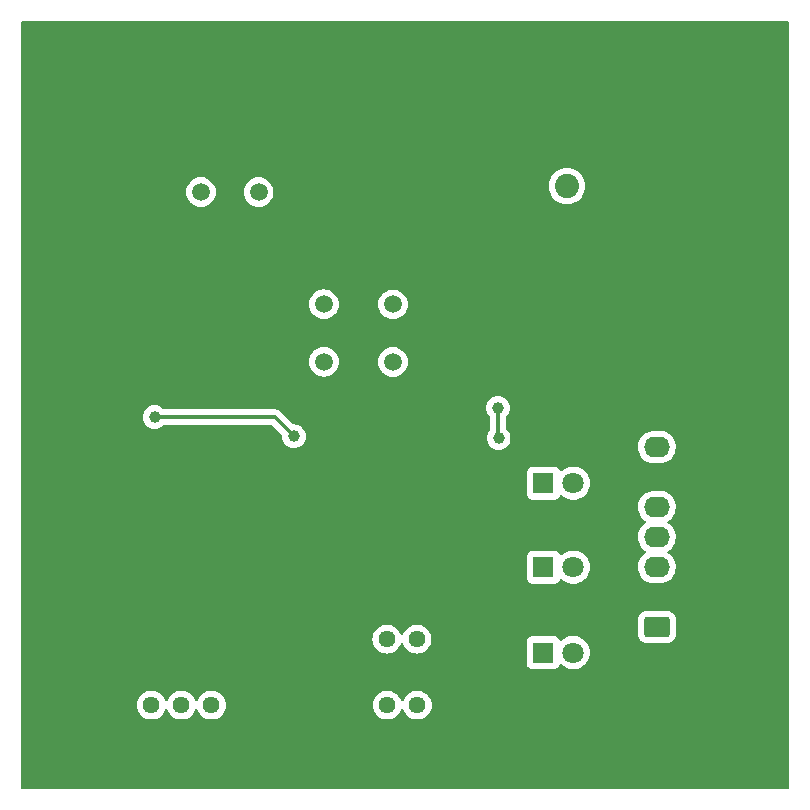
<source format=gbr>
%TF.GenerationSoftware,KiCad,Pcbnew,7.0.6-0*%
%TF.CreationDate,2023-12-30T17:27:14-06:00*%
%TF.ProjectId,IF_AND_DEMOD,49465f41-4e44-45f4-9445-4d4f442e6b69,rev?*%
%TF.SameCoordinates,Original*%
%TF.FileFunction,Copper,L2,Bot*%
%TF.FilePolarity,Positive*%
%FSLAX46Y46*%
G04 Gerber Fmt 4.6, Leading zero omitted, Abs format (unit mm)*
G04 Created by KiCad (PCBNEW 7.0.6-0) date 2023-12-30 17:27:14*
%MOMM*%
%LPD*%
G01*
G04 APERTURE LIST*
G04 Aperture macros list*
%AMRoundRect*
0 Rectangle with rounded corners*
0 $1 Rounding radius*
0 $2 $3 $4 $5 $6 $7 $8 $9 X,Y pos of 4 corners*
0 Add a 4 corners polygon primitive as box body*
4,1,4,$2,$3,$4,$5,$6,$7,$8,$9,$2,$3,0*
0 Add four circle primitives for the rounded corners*
1,1,$1+$1,$2,$3*
1,1,$1+$1,$4,$5*
1,1,$1+$1,$6,$7*
1,1,$1+$1,$8,$9*
0 Add four rect primitives between the rounded corners*
20,1,$1+$1,$2,$3,$4,$5,0*
20,1,$1+$1,$4,$5,$6,$7,0*
20,1,$1+$1,$6,$7,$8,$9,0*
20,1,$1+$1,$8,$9,$2,$3,0*%
G04 Aperture macros list end*
%TA.AperFunction,SMDPad,CuDef*%
%ADD10R,4.200000X1.350000*%
%TD*%
%TA.AperFunction,ComponentPad*%
%ADD11C,1.500000*%
%TD*%
%TA.AperFunction,ComponentPad*%
%ADD12R,1.800000X1.800000*%
%TD*%
%TA.AperFunction,ComponentPad*%
%ADD13C,1.800000*%
%TD*%
%TA.AperFunction,ComponentPad*%
%ADD14C,1.440000*%
%TD*%
%TA.AperFunction,ComponentPad*%
%ADD15RoundRect,0.250000X0.845000X-0.620000X0.845000X0.620000X-0.845000X0.620000X-0.845000X-0.620000X0*%
%TD*%
%TA.AperFunction,ComponentPad*%
%ADD16O,2.190000X1.740000*%
%TD*%
%TA.AperFunction,ComponentPad*%
%ADD17C,2.050000*%
%TD*%
%TA.AperFunction,ComponentPad*%
%ADD18C,2.250000*%
%TD*%
%TA.AperFunction,ViaPad*%
%ADD19C,1.000000*%
%TD*%
%TA.AperFunction,ViaPad*%
%ADD20C,5.000000*%
%TD*%
%TA.AperFunction,Conductor*%
%ADD21C,0.300000*%
%TD*%
G04 APERTURE END LIST*
D10*
%TO.P,J1,2,Ext*%
%TO.N,GND*%
X65622500Y-134415000D03*
X65622500Y-140065000D03*
%TD*%
D11*
%TO.P,Y3,1,1*%
%TO.N,Net-(U1-LIM-OUT)*%
X94996000Y-151802000D03*
%TO.P,Y3,2,2*%
%TO.N,Net-(T1-Pad4)*%
X94996000Y-146922000D03*
%TD*%
D12*
%TO.P,D2,1,K*%
%TO.N,Net-(D2-K)*%
X107743000Y-169164000D03*
D13*
%TO.P,D2,2,A*%
%TO.N,VCC*%
X110283000Y-169164000D03*
%TD*%
D12*
%TO.P,D1,1,K*%
%TO.N,Net-(D1-K)*%
X107743000Y-162052000D03*
D13*
%TO.P,D1,2,A*%
%TO.N,VCC*%
X110283000Y-162052000D03*
%TD*%
D11*
%TO.P,Y2,1,1*%
%TO.N,Net-(U1-LIM-OUT)*%
X89154000Y-146902000D03*
%TO.P,Y2,2,2*%
%TO.N,Net-(U1-QUAD_I)*%
X89154000Y-151782000D03*
%TD*%
D12*
%TO.P,D5,1,K*%
%TO.N,Net-(D5-K)*%
X107721000Y-176403000D03*
D13*
%TO.P,D5,2,A*%
%TO.N,Net-(D5-A)*%
X110261000Y-176403000D03*
%TD*%
D11*
%TO.P,Y1,1*%
%TO.N,Net-(U1-IF_O)*%
X78740000Y-137414000D03*
%TO.P,Y1,2*%
%TO.N,GND*%
X81180000Y-137414000D03*
%TO.P,Y1,3*%
%TO.N,Net-(U1-LIM_I)*%
X83620000Y-137414000D03*
%TD*%
D14*
%TO.P,RV2,1,1*%
%TO.N,VCC*%
X97028000Y-175260000D03*
%TO.P,RV2,2,2*%
%TO.N,Net-(U6--)*%
X94488000Y-175260000D03*
%TO.P,RV2,3,3*%
%TO.N,GND*%
X91948000Y-175260000D03*
%TD*%
%TO.P,RV1,1,1*%
%TO.N,VCC*%
X97054500Y-180848000D03*
%TO.P,RV1,2,2*%
%TO.N,Net-(U5--)*%
X94514500Y-180848000D03*
%TO.P,RV1,3,3*%
%TO.N,GND*%
X91974500Y-180848000D03*
%TD*%
D15*
%TO.P,J3,1,Pin_1*%
%TO.N,/VIN*%
X117348000Y-174244000D03*
D16*
%TO.P,J3,2,Pin_2*%
%TO.N,GND*%
X117348000Y-171704000D03*
%TO.P,J3,3,Pin_3*%
%TO.N,/PHASE_DET*%
X117348000Y-169164000D03*
%TO.P,J3,4,Pin_4*%
%TO.N,/CORR_DET_CODE*%
X117348000Y-166624000D03*
%TO.P,J3,5,Pin_5*%
%TO.N,/CORR_DET_DOP*%
X117348000Y-164084000D03*
%TO.P,J3,6,Pin_6*%
%TO.N,GND*%
X117348000Y-161544000D03*
%TO.P,J3,7,Pin_7*%
%TO.N,/DITHER_DEMOD*%
X117348000Y-159004000D03*
%TO.P,J3,8,Pin_8*%
%TO.N,GND*%
X117348000Y-156464000D03*
%TD*%
D14*
%TO.P,RV3,1,1*%
%TO.N,Net-(U8A--)*%
X79629000Y-180848000D03*
%TO.P,RV3,2,2*%
X77089000Y-180848000D03*
%TO.P,RV3,3,3*%
%TO.N,Net-(R17-Pad2)*%
X74549000Y-180848000D03*
%TD*%
D17*
%TO.P,J2,1,In*%
%TO.N,Net-(J2-In)*%
X109728000Y-136906000D03*
D18*
%TO.P,J2,2,Ext*%
%TO.N,GND*%
X107188000Y-139446000D03*
X112268000Y-139446000D03*
X107188000Y-134366000D03*
X112268000Y-134366000D03*
%TD*%
D19*
%TO.N,GND*%
X115316000Y-153162000D03*
X65532000Y-134366000D03*
X98425000Y-177165000D03*
D20*
X124968000Y-126492000D03*
D19*
X115189000Y-168148000D03*
X92202000Y-173482000D03*
X79375000Y-165100000D03*
X93980000Y-157734000D03*
D20*
X67056000Y-126492000D03*
D19*
X105664000Y-158242000D03*
X81280000Y-158242000D03*
X82550000Y-140462000D03*
D20*
X67056000Y-184404000D03*
D19*
X79756000Y-158242000D03*
X76200000Y-132588000D03*
X77724000Y-164719000D03*
X103378000Y-150876000D03*
X111252000Y-178816000D03*
X110998000Y-173736000D03*
X82169000Y-173736000D03*
X108712000Y-182372000D03*
X84836000Y-151892000D03*
X98552000Y-144272000D03*
X117348000Y-150876000D03*
X74168000Y-146812000D03*
X96266000Y-170180000D03*
X100330000Y-144272000D03*
X84836000Y-146812000D03*
X74168000Y-151892000D03*
X93726000Y-169418000D03*
X108712000Y-180086000D03*
X96520000Y-162052000D03*
X92202000Y-163068000D03*
X114300000Y-162052000D03*
X90424000Y-136144000D03*
X81280000Y-163068000D03*
X121666000Y-178435000D03*
X105664000Y-166116000D03*
X84328000Y-140462000D03*
X83820000Y-163068000D03*
X65532000Y-139954000D03*
X98933000Y-179959000D03*
X78740000Y-130048000D03*
X103632000Y-140716000D03*
X92456000Y-179070000D03*
X80010000Y-144780000D03*
X77470000Y-140462000D03*
X98552000Y-133350000D03*
X100076000Y-133350000D03*
D20*
X124968000Y-184404000D03*
D19*
X78232000Y-158242000D03*
X71628000Y-158242000D03*
X118364000Y-144018000D03*
X95758000Y-144780000D03*
X91948000Y-153924000D03*
X115189000Y-165354000D03*
X81788000Y-170942000D03*
X89027000Y-182118000D03*
X96520000Y-158242000D03*
X83566000Y-158242000D03*
X80899000Y-173736000D03*
X74930000Y-140462000D03*
X95758000Y-132334000D03*
X102108000Y-164084000D03*
X103632000Y-139446000D03*
X96520000Y-166116000D03*
X108712000Y-149098000D03*
X71120000Y-138938000D03*
X73152000Y-158242000D03*
X86614000Y-156210000D03*
%TO.N,VCC*%
X103886000Y-155702000D03*
X103939000Y-158242000D03*
X86614000Y-158088500D03*
X74817000Y-156464000D03*
%TD*%
D21*
%TO.N,VCC*%
X103886000Y-158189000D02*
X103939000Y-158242000D01*
X84989500Y-156464000D02*
X86614000Y-158088500D01*
X74817000Y-156464000D02*
X84989500Y-156464000D01*
X103886000Y-155702000D02*
X103886000Y-158189000D01*
%TD*%
%TA.AperFunction,Conductor*%
%TO.N,GND*%
G36*
X128456539Y-122966185D02*
G01*
X128502294Y-123018989D01*
X128513500Y-123070500D01*
X128513500Y-187825500D01*
X128493815Y-187892539D01*
X128441011Y-187938294D01*
X128389500Y-187949500D01*
X63634500Y-187949500D01*
X63567461Y-187929815D01*
X63521706Y-187877011D01*
X63510500Y-187825500D01*
X63510500Y-180848001D01*
X73323838Y-180848001D01*
X73342450Y-181060741D01*
X73342452Y-181060752D01*
X73397721Y-181267022D01*
X73397723Y-181267026D01*
X73397724Y-181267030D01*
X73440171Y-181358058D01*
X73487977Y-181460578D01*
X73610472Y-181635521D01*
X73761478Y-181786527D01*
X73761481Y-181786529D01*
X73936419Y-181909021D01*
X73936421Y-181909022D01*
X73936420Y-181909022D01*
X74000936Y-181939106D01*
X74129970Y-181999276D01*
X74336253Y-182054549D01*
X74488215Y-182067843D01*
X74548998Y-182073162D01*
X74549000Y-182073162D01*
X74549002Y-182073162D01*
X74602186Y-182068508D01*
X74761747Y-182054549D01*
X74968030Y-181999276D01*
X75161581Y-181909021D01*
X75336519Y-181786529D01*
X75487529Y-181635519D01*
X75610021Y-181460581D01*
X75700276Y-181267030D01*
X75700280Y-181267013D01*
X75702130Y-181261936D01*
X75704253Y-181262709D01*
X75735576Y-181211305D01*
X75798419Y-181180766D01*
X75867796Y-181189050D01*
X75921680Y-181233528D01*
X75934827Y-181262315D01*
X75935870Y-181261936D01*
X75937722Y-181267022D01*
X75937724Y-181267030D01*
X75980171Y-181358058D01*
X76027977Y-181460578D01*
X76150472Y-181635521D01*
X76301478Y-181786527D01*
X76301481Y-181786529D01*
X76476419Y-181909021D01*
X76476421Y-181909022D01*
X76476420Y-181909022D01*
X76540936Y-181939105D01*
X76669970Y-181999276D01*
X76876253Y-182054549D01*
X77028215Y-182067844D01*
X77088998Y-182073162D01*
X77089000Y-182073162D01*
X77089002Y-182073162D01*
X77142186Y-182068508D01*
X77301747Y-182054549D01*
X77508030Y-181999276D01*
X77701581Y-181909021D01*
X77876519Y-181786529D01*
X78027529Y-181635519D01*
X78150021Y-181460581D01*
X78240276Y-181267030D01*
X78240280Y-181267013D01*
X78242130Y-181261936D01*
X78244253Y-181262709D01*
X78275576Y-181211305D01*
X78338419Y-181180766D01*
X78407796Y-181189050D01*
X78461680Y-181233528D01*
X78474827Y-181262315D01*
X78475870Y-181261936D01*
X78477722Y-181267022D01*
X78477724Y-181267030D01*
X78520171Y-181358058D01*
X78567977Y-181460578D01*
X78690472Y-181635521D01*
X78841478Y-181786527D01*
X78841481Y-181786529D01*
X79016419Y-181909021D01*
X79016421Y-181909022D01*
X79016420Y-181909022D01*
X79080936Y-181939105D01*
X79209970Y-181999276D01*
X79416253Y-182054549D01*
X79568215Y-182067844D01*
X79628998Y-182073162D01*
X79629000Y-182073162D01*
X79629002Y-182073162D01*
X79682186Y-182068508D01*
X79841747Y-182054549D01*
X80048030Y-181999276D01*
X80241581Y-181909021D01*
X80416519Y-181786529D01*
X80567529Y-181635519D01*
X80690021Y-181460581D01*
X80780276Y-181267030D01*
X80835549Y-181060747D01*
X80854162Y-180848001D01*
X93289338Y-180848001D01*
X93307950Y-181060741D01*
X93307952Y-181060752D01*
X93363221Y-181267022D01*
X93363223Y-181267026D01*
X93363224Y-181267030D01*
X93405671Y-181358058D01*
X93453477Y-181460578D01*
X93575972Y-181635521D01*
X93726978Y-181786527D01*
X93726981Y-181786529D01*
X93901919Y-181909021D01*
X93901921Y-181909022D01*
X93901920Y-181909022D01*
X93966435Y-181939106D01*
X94095470Y-181999276D01*
X94301753Y-182054549D01*
X94453715Y-182067844D01*
X94514498Y-182073162D01*
X94514500Y-182073162D01*
X94514502Y-182073162D01*
X94567686Y-182068508D01*
X94727247Y-182054549D01*
X94933530Y-181999276D01*
X95127081Y-181909021D01*
X95302019Y-181786529D01*
X95453029Y-181635519D01*
X95575521Y-181460581D01*
X95665776Y-181267030D01*
X95665780Y-181267013D01*
X95667630Y-181261936D01*
X95669770Y-181262715D01*
X95701010Y-181211364D01*
X95763830Y-181180781D01*
X95833213Y-181189016D01*
X95887129Y-181233454D01*
X95900333Y-181262313D01*
X95901370Y-181261936D01*
X95903222Y-181267022D01*
X95903224Y-181267030D01*
X95945671Y-181358058D01*
X95993477Y-181460578D01*
X96115972Y-181635521D01*
X96266978Y-181786527D01*
X96266981Y-181786529D01*
X96441919Y-181909021D01*
X96441921Y-181909022D01*
X96441920Y-181909022D01*
X96506435Y-181939105D01*
X96635470Y-181999276D01*
X96841753Y-182054549D01*
X96993715Y-182067844D01*
X97054498Y-182073162D01*
X97054500Y-182073162D01*
X97054502Y-182073162D01*
X97107686Y-182068508D01*
X97267247Y-182054549D01*
X97473530Y-181999276D01*
X97667081Y-181909021D01*
X97842019Y-181786529D01*
X97993029Y-181635519D01*
X98115521Y-181460581D01*
X98205776Y-181267030D01*
X98261049Y-181060747D01*
X98279662Y-180848000D01*
X98261049Y-180635253D01*
X98205776Y-180428970D01*
X98115521Y-180235419D01*
X97993029Y-180060481D01*
X97993027Y-180060478D01*
X97842021Y-179909472D01*
X97667078Y-179786977D01*
X97667079Y-179786977D01*
X97538046Y-179726808D01*
X97473530Y-179696724D01*
X97473526Y-179696723D01*
X97473522Y-179696721D01*
X97267252Y-179641452D01*
X97267248Y-179641451D01*
X97267247Y-179641451D01*
X97267246Y-179641450D01*
X97267241Y-179641450D01*
X97054502Y-179622838D01*
X97054498Y-179622838D01*
X96841758Y-179641450D01*
X96841747Y-179641452D01*
X96635477Y-179696721D01*
X96635468Y-179696725D01*
X96441921Y-179786977D01*
X96266978Y-179909472D01*
X96115972Y-180060478D01*
X95993477Y-180235421D01*
X95903225Y-180428968D01*
X95901370Y-180434064D01*
X95899266Y-180433298D01*
X95867840Y-180484770D01*
X95804969Y-180515252D01*
X95735600Y-180506904D01*
X95681756Y-180462378D01*
X95668676Y-180433683D01*
X95667630Y-180434064D01*
X95665779Y-180428983D01*
X95665776Y-180428970D01*
X95575521Y-180235419D01*
X95453029Y-180060481D01*
X95453027Y-180060478D01*
X95302021Y-179909472D01*
X95127078Y-179786977D01*
X95127079Y-179786977D01*
X94998047Y-179726808D01*
X94933530Y-179696724D01*
X94933526Y-179696723D01*
X94933522Y-179696721D01*
X94727252Y-179641452D01*
X94727248Y-179641451D01*
X94727247Y-179641451D01*
X94727246Y-179641450D01*
X94727241Y-179641450D01*
X94514502Y-179622838D01*
X94514498Y-179622838D01*
X94301758Y-179641450D01*
X94301747Y-179641452D01*
X94095477Y-179696721D01*
X94095468Y-179696725D01*
X93901921Y-179786977D01*
X93726978Y-179909472D01*
X93575972Y-180060478D01*
X93453477Y-180235421D01*
X93363225Y-180428968D01*
X93363221Y-180428977D01*
X93307952Y-180635247D01*
X93307950Y-180635258D01*
X93289338Y-180847998D01*
X93289338Y-180848001D01*
X80854162Y-180848001D01*
X80854162Y-180848000D01*
X80835549Y-180635253D01*
X80780276Y-180428970D01*
X80690021Y-180235419D01*
X80567529Y-180060481D01*
X80567527Y-180060478D01*
X80416521Y-179909472D01*
X80241578Y-179786977D01*
X80241579Y-179786977D01*
X80112547Y-179726809D01*
X80048030Y-179696724D01*
X80048026Y-179696723D01*
X80048022Y-179696721D01*
X79841752Y-179641452D01*
X79841748Y-179641451D01*
X79841747Y-179641451D01*
X79841746Y-179641450D01*
X79841741Y-179641450D01*
X79629002Y-179622838D01*
X79628998Y-179622838D01*
X79416258Y-179641450D01*
X79416247Y-179641452D01*
X79209977Y-179696721D01*
X79209968Y-179696725D01*
X79016421Y-179786977D01*
X78841478Y-179909472D01*
X78690472Y-180060478D01*
X78567977Y-180235421D01*
X78477725Y-180428968D01*
X78475870Y-180434064D01*
X78473749Y-180433292D01*
X78442406Y-180484710D01*
X78379558Y-180515237D01*
X78310183Y-180506939D01*
X78256307Y-180462452D01*
X78243169Y-180433685D01*
X78242130Y-180434064D01*
X78240279Y-180428983D01*
X78240276Y-180428970D01*
X78150021Y-180235419D01*
X78027529Y-180060481D01*
X78027527Y-180060478D01*
X77876521Y-179909472D01*
X77701578Y-179786977D01*
X77701579Y-179786977D01*
X77572547Y-179726808D01*
X77508030Y-179696724D01*
X77508026Y-179696723D01*
X77508022Y-179696721D01*
X77301752Y-179641452D01*
X77301748Y-179641451D01*
X77301747Y-179641451D01*
X77301746Y-179641450D01*
X77301741Y-179641450D01*
X77089002Y-179622838D01*
X77088998Y-179622838D01*
X76876258Y-179641450D01*
X76876247Y-179641452D01*
X76669977Y-179696721D01*
X76669968Y-179696725D01*
X76476421Y-179786977D01*
X76301478Y-179909472D01*
X76150472Y-180060478D01*
X76027977Y-180235421D01*
X75937725Y-180428968D01*
X75935870Y-180434064D01*
X75933749Y-180433292D01*
X75902406Y-180484710D01*
X75839558Y-180515237D01*
X75770183Y-180506939D01*
X75716307Y-180462452D01*
X75703169Y-180433685D01*
X75702130Y-180434064D01*
X75700279Y-180428983D01*
X75700276Y-180428970D01*
X75610021Y-180235419D01*
X75487529Y-180060481D01*
X75487527Y-180060478D01*
X75336521Y-179909472D01*
X75161578Y-179786977D01*
X75161579Y-179786977D01*
X75032547Y-179726808D01*
X74968030Y-179696724D01*
X74968026Y-179696723D01*
X74968022Y-179696721D01*
X74761752Y-179641452D01*
X74761748Y-179641451D01*
X74761747Y-179641451D01*
X74761746Y-179641450D01*
X74761741Y-179641450D01*
X74549002Y-179622838D01*
X74548998Y-179622838D01*
X74336258Y-179641450D01*
X74336247Y-179641452D01*
X74129977Y-179696721D01*
X74129968Y-179696725D01*
X73936421Y-179786977D01*
X73761478Y-179909472D01*
X73610472Y-180060478D01*
X73487977Y-180235421D01*
X73397725Y-180428968D01*
X73397721Y-180428977D01*
X73342452Y-180635247D01*
X73342450Y-180635258D01*
X73323838Y-180847998D01*
X73323838Y-180848001D01*
X63510500Y-180848001D01*
X63510500Y-177350870D01*
X106320500Y-177350870D01*
X106320501Y-177350876D01*
X106326908Y-177410483D01*
X106377202Y-177545328D01*
X106377206Y-177545335D01*
X106463452Y-177660544D01*
X106463455Y-177660547D01*
X106578664Y-177746793D01*
X106578671Y-177746797D01*
X106713517Y-177797091D01*
X106713516Y-177797091D01*
X106720444Y-177797835D01*
X106773127Y-177803500D01*
X108668872Y-177803499D01*
X108728483Y-177797091D01*
X108863331Y-177746796D01*
X108978546Y-177660546D01*
X109064796Y-177545331D01*
X109093454Y-177468493D01*
X109135326Y-177412559D01*
X109200790Y-177388141D01*
X109269063Y-177402992D01*
X109300866Y-177427843D01*
X109308302Y-177435920D01*
X109309215Y-177436912D01*
X109309222Y-177436918D01*
X109492365Y-177579464D01*
X109492371Y-177579468D01*
X109492374Y-177579470D01*
X109696497Y-177689936D01*
X109810487Y-177729068D01*
X109916015Y-177765297D01*
X109916017Y-177765297D01*
X109916019Y-177765298D01*
X110144951Y-177803500D01*
X110144952Y-177803500D01*
X110377048Y-177803500D01*
X110377049Y-177803500D01*
X110605981Y-177765298D01*
X110825503Y-177689936D01*
X111029626Y-177579470D01*
X111212784Y-177436913D01*
X111369979Y-177266153D01*
X111496924Y-177071849D01*
X111590157Y-176859300D01*
X111647134Y-176634305D01*
X111659492Y-176485162D01*
X111666300Y-176403006D01*
X111666300Y-176402993D01*
X111647135Y-176171702D01*
X111647133Y-176171691D01*
X111590157Y-175946699D01*
X111496924Y-175734151D01*
X111369983Y-175539852D01*
X111369980Y-175539849D01*
X111369979Y-175539847D01*
X111212784Y-175369087D01*
X111212779Y-175369083D01*
X111212777Y-175369081D01*
X111029634Y-175226535D01*
X111029628Y-175226531D01*
X110825504Y-175116064D01*
X110825495Y-175116061D01*
X110605984Y-175040702D01*
X110415450Y-175008908D01*
X110377049Y-175002500D01*
X110144951Y-175002500D01*
X110106550Y-175008908D01*
X109916015Y-175040702D01*
X109696504Y-175116061D01*
X109696495Y-175116064D01*
X109492371Y-175226531D01*
X109492365Y-175226535D01*
X109309222Y-175369081D01*
X109309218Y-175369085D01*
X109300866Y-175378158D01*
X109240979Y-175414148D01*
X109171141Y-175412047D01*
X109113525Y-175372522D01*
X109093455Y-175337507D01*
X109064797Y-175260671D01*
X109064793Y-175260664D01*
X108978547Y-175145455D01*
X108978544Y-175145452D01*
X108863335Y-175059206D01*
X108863328Y-175059202D01*
X108728482Y-175008908D01*
X108728483Y-175008908D01*
X108668883Y-175002501D01*
X108668881Y-175002500D01*
X108668873Y-175002500D01*
X108668864Y-175002500D01*
X106773129Y-175002500D01*
X106773123Y-175002501D01*
X106713516Y-175008908D01*
X106578671Y-175059202D01*
X106578664Y-175059206D01*
X106463455Y-175145452D01*
X106463452Y-175145455D01*
X106377206Y-175260664D01*
X106377202Y-175260671D01*
X106326908Y-175395517D01*
X106320501Y-175455116D01*
X106320500Y-175455135D01*
X106320500Y-177350870D01*
X63510500Y-177350870D01*
X63510500Y-175260001D01*
X93262838Y-175260001D01*
X93281450Y-175472741D01*
X93281452Y-175472752D01*
X93336721Y-175679022D01*
X93336723Y-175679026D01*
X93336724Y-175679030D01*
X93362428Y-175734151D01*
X93426977Y-175872578D01*
X93549472Y-176047521D01*
X93700478Y-176198527D01*
X93700481Y-176198529D01*
X93875419Y-176321021D01*
X93875421Y-176321022D01*
X93875420Y-176321022D01*
X93939936Y-176351106D01*
X94068970Y-176411276D01*
X94275253Y-176466549D01*
X94427215Y-176479844D01*
X94487998Y-176485162D01*
X94488000Y-176485162D01*
X94488002Y-176485162D01*
X94541186Y-176480508D01*
X94700747Y-176466549D01*
X94907030Y-176411276D01*
X95100581Y-176321021D01*
X95275519Y-176198529D01*
X95426529Y-176047519D01*
X95549021Y-175872581D01*
X95639276Y-175679030D01*
X95639280Y-175679013D01*
X95641130Y-175673936D01*
X95643253Y-175674709D01*
X95674576Y-175623305D01*
X95737419Y-175592766D01*
X95806796Y-175601050D01*
X95860680Y-175645528D01*
X95873827Y-175674315D01*
X95874870Y-175673936D01*
X95876722Y-175679022D01*
X95876724Y-175679030D01*
X95902428Y-175734151D01*
X95966977Y-175872578D01*
X96089472Y-176047521D01*
X96240478Y-176198527D01*
X96240481Y-176198529D01*
X96415419Y-176321021D01*
X96415421Y-176321022D01*
X96415420Y-176321022D01*
X96479936Y-176351106D01*
X96608970Y-176411276D01*
X96815253Y-176466549D01*
X96967215Y-176479844D01*
X97027998Y-176485162D01*
X97028000Y-176485162D01*
X97028002Y-176485162D01*
X97081186Y-176480508D01*
X97240747Y-176466549D01*
X97447030Y-176411276D01*
X97640581Y-176321021D01*
X97815519Y-176198529D01*
X97966529Y-176047519D01*
X98089021Y-175872581D01*
X98179276Y-175679030D01*
X98234549Y-175472747D01*
X98253103Y-175260671D01*
X98253162Y-175260001D01*
X98253162Y-175259998D01*
X98246454Y-175183331D01*
X98234549Y-175047253D01*
X98198844Y-174914001D01*
X115752500Y-174914001D01*
X115752501Y-174914018D01*
X115763000Y-175016796D01*
X115763001Y-175016799D01*
X115795894Y-175116061D01*
X115818186Y-175183334D01*
X115910288Y-175332656D01*
X116034344Y-175456712D01*
X116183666Y-175548814D01*
X116350203Y-175603999D01*
X116452991Y-175614500D01*
X118243008Y-175614499D01*
X118345797Y-175603999D01*
X118512334Y-175548814D01*
X118661656Y-175456712D01*
X118785712Y-175332656D01*
X118877814Y-175183334D01*
X118932999Y-175016797D01*
X118943500Y-174914009D01*
X118943499Y-173573992D01*
X118932999Y-173471203D01*
X118877814Y-173304666D01*
X118785712Y-173155344D01*
X118661656Y-173031288D01*
X118512334Y-172939186D01*
X118345797Y-172884001D01*
X118345795Y-172884000D01*
X118243010Y-172873500D01*
X116452998Y-172873500D01*
X116452981Y-172873501D01*
X116350203Y-172884000D01*
X116350200Y-172884001D01*
X116183668Y-172939185D01*
X116183663Y-172939187D01*
X116034342Y-173031289D01*
X115910289Y-173155342D01*
X115818187Y-173304663D01*
X115818185Y-173304666D01*
X115818186Y-173304666D01*
X115763001Y-173471203D01*
X115763001Y-173471204D01*
X115763000Y-173471204D01*
X115752500Y-173573983D01*
X115752500Y-174914001D01*
X98198844Y-174914001D01*
X98179276Y-174840970D01*
X98089021Y-174647419D01*
X97966529Y-174472481D01*
X97966527Y-174472478D01*
X97815521Y-174321472D01*
X97640578Y-174198977D01*
X97640579Y-174198977D01*
X97511547Y-174138808D01*
X97447030Y-174108724D01*
X97447026Y-174108723D01*
X97447022Y-174108721D01*
X97240752Y-174053452D01*
X97240748Y-174053451D01*
X97240747Y-174053451D01*
X97240746Y-174053450D01*
X97240741Y-174053450D01*
X97028002Y-174034838D01*
X97027998Y-174034838D01*
X96815258Y-174053450D01*
X96815247Y-174053452D01*
X96608977Y-174108721D01*
X96608968Y-174108725D01*
X96415421Y-174198977D01*
X96240478Y-174321472D01*
X96089472Y-174472478D01*
X95966977Y-174647421D01*
X95876725Y-174840968D01*
X95874870Y-174846064D01*
X95872749Y-174845292D01*
X95841406Y-174896710D01*
X95778558Y-174927237D01*
X95709183Y-174918939D01*
X95655307Y-174874452D01*
X95642169Y-174845685D01*
X95641130Y-174846064D01*
X95639279Y-174840983D01*
X95639276Y-174840970D01*
X95549021Y-174647419D01*
X95426529Y-174472481D01*
X95426527Y-174472478D01*
X95275521Y-174321472D01*
X95100578Y-174198977D01*
X95100579Y-174198977D01*
X94971547Y-174138809D01*
X94907030Y-174108724D01*
X94907026Y-174108723D01*
X94907022Y-174108721D01*
X94700752Y-174053452D01*
X94700748Y-174053451D01*
X94700747Y-174053451D01*
X94700746Y-174053450D01*
X94700741Y-174053450D01*
X94488002Y-174034838D01*
X94487998Y-174034838D01*
X94275258Y-174053450D01*
X94275247Y-174053452D01*
X94068977Y-174108721D01*
X94068968Y-174108725D01*
X93875421Y-174198977D01*
X93700478Y-174321472D01*
X93549472Y-174472478D01*
X93426977Y-174647421D01*
X93336725Y-174840968D01*
X93336721Y-174840977D01*
X93281452Y-175047247D01*
X93281450Y-175047258D01*
X93262838Y-175259998D01*
X93262838Y-175260001D01*
X63510500Y-175260001D01*
X63510500Y-170111870D01*
X106342500Y-170111870D01*
X106342501Y-170111876D01*
X106348908Y-170171483D01*
X106399202Y-170306328D01*
X106399206Y-170306335D01*
X106485452Y-170421544D01*
X106485455Y-170421547D01*
X106600664Y-170507793D01*
X106600671Y-170507797D01*
X106735517Y-170558091D01*
X106735516Y-170558091D01*
X106742444Y-170558835D01*
X106795127Y-170564500D01*
X108690872Y-170564499D01*
X108750483Y-170558091D01*
X108885331Y-170507796D01*
X109000546Y-170421546D01*
X109086796Y-170306331D01*
X109115454Y-170229493D01*
X109157326Y-170173559D01*
X109222790Y-170149141D01*
X109291063Y-170163992D01*
X109322866Y-170188843D01*
X109330302Y-170196920D01*
X109331215Y-170197912D01*
X109331222Y-170197918D01*
X109514365Y-170340464D01*
X109514371Y-170340468D01*
X109514374Y-170340470D01*
X109718497Y-170450936D01*
X109832487Y-170490068D01*
X109938015Y-170526297D01*
X109938017Y-170526297D01*
X109938019Y-170526298D01*
X110166951Y-170564500D01*
X110166952Y-170564500D01*
X110399048Y-170564500D01*
X110399049Y-170564500D01*
X110627981Y-170526298D01*
X110847503Y-170450936D01*
X111051626Y-170340470D01*
X111099032Y-170303573D01*
X111113129Y-170292600D01*
X111234784Y-170197913D01*
X111391979Y-170027153D01*
X111518924Y-169832849D01*
X111612157Y-169620300D01*
X111669134Y-169395305D01*
X111673824Y-169338707D01*
X111688300Y-169164006D01*
X111688300Y-169163993D01*
X111683463Y-169105624D01*
X115748784Y-169105624D01*
X115758685Y-169338700D01*
X115758686Y-169338709D01*
X115807836Y-169566766D01*
X115807837Y-169566769D01*
X115894819Y-169783231D01*
X115894821Y-169783235D01*
X116017138Y-169981891D01*
X116171269Y-170157018D01*
X116171270Y-170157019D01*
X116171273Y-170157022D01*
X116352773Y-170303573D01*
X116352779Y-170303578D01*
X116556445Y-170417353D01*
X116568315Y-170421547D01*
X116776416Y-170495073D01*
X116904725Y-170517074D01*
X117006344Y-170534499D01*
X117006353Y-170534500D01*
X117631221Y-170534500D01*
X117805446Y-170519671D01*
X117805446Y-170519670D01*
X117805453Y-170519670D01*
X118031219Y-170460885D01*
X118243802Y-170364792D01*
X118437088Y-170234153D01*
X118605516Y-170072728D01*
X118744240Y-169885161D01*
X118849270Y-169676847D01*
X118917583Y-169453780D01*
X118947216Y-169222376D01*
X118937314Y-168989293D01*
X118888164Y-168761235D01*
X118801179Y-168544765D01*
X118678862Y-168346109D01*
X118524731Y-168170982D01*
X118524729Y-168170980D01*
X118524726Y-168170977D01*
X118343226Y-168024426D01*
X118343215Y-168024419D01*
X118302897Y-168001895D01*
X118253971Y-167952015D01*
X118239779Y-167883602D01*
X118264827Y-167818376D01*
X118293931Y-167790910D01*
X118437088Y-167694153D01*
X118605516Y-167532728D01*
X118744240Y-167345161D01*
X118849270Y-167136847D01*
X118917583Y-166913780D01*
X118947216Y-166682376D01*
X118937314Y-166449293D01*
X118888164Y-166221235D01*
X118801179Y-166004765D01*
X118678862Y-165806109D01*
X118524731Y-165630982D01*
X118524729Y-165630980D01*
X118524726Y-165630977D01*
X118343226Y-165484426D01*
X118343215Y-165484419D01*
X118302897Y-165461895D01*
X118253971Y-165412015D01*
X118239779Y-165343602D01*
X118264827Y-165278376D01*
X118293931Y-165250910D01*
X118437088Y-165154153D01*
X118605516Y-164992728D01*
X118744240Y-164805161D01*
X118849270Y-164596847D01*
X118917583Y-164373780D01*
X118947216Y-164142376D01*
X118937314Y-163909293D01*
X118888164Y-163681235D01*
X118801179Y-163464765D01*
X118678862Y-163266109D01*
X118524731Y-163090982D01*
X118524729Y-163090980D01*
X118524726Y-163090977D01*
X118343226Y-162944426D01*
X118343220Y-162944421D01*
X118139554Y-162830646D01*
X117919591Y-162752929D01*
X117919586Y-162752927D01*
X117919584Y-162752927D01*
X117919580Y-162752926D01*
X117919579Y-162752926D01*
X117689655Y-162713500D01*
X117689647Y-162713500D01*
X117064784Y-162713500D01*
X117064779Y-162713500D01*
X116890553Y-162728328D01*
X116890551Y-162728329D01*
X116664781Y-162787114D01*
X116452197Y-162883208D01*
X116258911Y-163013847D01*
X116258909Y-163013849D01*
X116090483Y-163175272D01*
X116090482Y-163175273D01*
X115951762Y-163362834D01*
X115846733Y-163571147D01*
X115846730Y-163571153D01*
X115778416Y-163794223D01*
X115748784Y-164025624D01*
X115758685Y-164258700D01*
X115758686Y-164258709D01*
X115807836Y-164486766D01*
X115807837Y-164486769D01*
X115894819Y-164703231D01*
X115894821Y-164703235D01*
X116017138Y-164901891D01*
X116097083Y-164992726D01*
X116171270Y-165077019D01*
X116171273Y-165077022D01*
X116352773Y-165223573D01*
X116352775Y-165223574D01*
X116352780Y-165223578D01*
X116393102Y-165246103D01*
X116442028Y-165295983D01*
X116456220Y-165364396D01*
X116431172Y-165429622D01*
X116402065Y-165457092D01*
X116258907Y-165553850D01*
X116090483Y-165715272D01*
X116090482Y-165715273D01*
X115951762Y-165902834D01*
X115846733Y-166111147D01*
X115846730Y-166111153D01*
X115778416Y-166334223D01*
X115748784Y-166565624D01*
X115758685Y-166798700D01*
X115758686Y-166798709D01*
X115807836Y-167026766D01*
X115807837Y-167026769D01*
X115894819Y-167243231D01*
X115894821Y-167243235D01*
X116017138Y-167441891D01*
X116097083Y-167532726D01*
X116171270Y-167617019D01*
X116171273Y-167617022D01*
X116352773Y-167763573D01*
X116352775Y-167763574D01*
X116352780Y-167763578D01*
X116393102Y-167786103D01*
X116442028Y-167835983D01*
X116456220Y-167904396D01*
X116431172Y-167969622D01*
X116402065Y-167997092D01*
X116258907Y-168093850D01*
X116090483Y-168255272D01*
X116090482Y-168255273D01*
X115951762Y-168442834D01*
X115846733Y-168651147D01*
X115846730Y-168651153D01*
X115778416Y-168874223D01*
X115748784Y-169105624D01*
X111683463Y-169105624D01*
X111669135Y-168932702D01*
X111669133Y-168932691D01*
X111612157Y-168707699D01*
X111518924Y-168495151D01*
X111391983Y-168300852D01*
X111391980Y-168300849D01*
X111391979Y-168300847D01*
X111234784Y-168130087D01*
X111234779Y-168130083D01*
X111234777Y-168130081D01*
X111051634Y-167987535D01*
X111051628Y-167987531D01*
X110847504Y-167877064D01*
X110847495Y-167877061D01*
X110627984Y-167801702D01*
X110437450Y-167769908D01*
X110399049Y-167763500D01*
X110166951Y-167763500D01*
X110128550Y-167769908D01*
X109938015Y-167801702D01*
X109718504Y-167877061D01*
X109718495Y-167877064D01*
X109514371Y-167987531D01*
X109514365Y-167987535D01*
X109331222Y-168130081D01*
X109331218Y-168130085D01*
X109322866Y-168139158D01*
X109262979Y-168175148D01*
X109193141Y-168173047D01*
X109135525Y-168133522D01*
X109115455Y-168098507D01*
X109086797Y-168021671D01*
X109086793Y-168021664D01*
X109000547Y-167906455D01*
X109000544Y-167906452D01*
X108885335Y-167820206D01*
X108885328Y-167820202D01*
X108750482Y-167769908D01*
X108750483Y-167769908D01*
X108690883Y-167763501D01*
X108690881Y-167763500D01*
X108690873Y-167763500D01*
X108690864Y-167763500D01*
X106795129Y-167763500D01*
X106795123Y-167763501D01*
X106735516Y-167769908D01*
X106600671Y-167820202D01*
X106600664Y-167820206D01*
X106485455Y-167906452D01*
X106485452Y-167906455D01*
X106399206Y-168021664D01*
X106399202Y-168021671D01*
X106348908Y-168156517D01*
X106342501Y-168216116D01*
X106342500Y-168216135D01*
X106342500Y-170111870D01*
X63510500Y-170111870D01*
X63510500Y-162999870D01*
X106342500Y-162999870D01*
X106342501Y-162999876D01*
X106348908Y-163059483D01*
X106399202Y-163194328D01*
X106399206Y-163194335D01*
X106485452Y-163309544D01*
X106485455Y-163309547D01*
X106600664Y-163395793D01*
X106600671Y-163395797D01*
X106735517Y-163446091D01*
X106735516Y-163446091D01*
X106742444Y-163446835D01*
X106795127Y-163452500D01*
X108690872Y-163452499D01*
X108750483Y-163446091D01*
X108885331Y-163395796D01*
X109000546Y-163309546D01*
X109086796Y-163194331D01*
X109115454Y-163117493D01*
X109157326Y-163061559D01*
X109222790Y-163037141D01*
X109291063Y-163051992D01*
X109322866Y-163076843D01*
X109330302Y-163084920D01*
X109331215Y-163085912D01*
X109331222Y-163085918D01*
X109514365Y-163228464D01*
X109514371Y-163228468D01*
X109514374Y-163228470D01*
X109718497Y-163338936D01*
X109832487Y-163378068D01*
X109938015Y-163414297D01*
X109938017Y-163414297D01*
X109938019Y-163414298D01*
X110166951Y-163452500D01*
X110166952Y-163452500D01*
X110399048Y-163452500D01*
X110399049Y-163452500D01*
X110627981Y-163414298D01*
X110847503Y-163338936D01*
X111051626Y-163228470D01*
X111234784Y-163085913D01*
X111391979Y-162915153D01*
X111518924Y-162720849D01*
X111612157Y-162508300D01*
X111669134Y-162283305D01*
X111688300Y-162052000D01*
X111688300Y-162051993D01*
X111669135Y-161820702D01*
X111669133Y-161820691D01*
X111612157Y-161595699D01*
X111518924Y-161383151D01*
X111391983Y-161188852D01*
X111391980Y-161188849D01*
X111391979Y-161188847D01*
X111234784Y-161018087D01*
X111234779Y-161018083D01*
X111234777Y-161018081D01*
X111051634Y-160875535D01*
X111051628Y-160875531D01*
X110847504Y-160765064D01*
X110847495Y-160765061D01*
X110627984Y-160689702D01*
X110437450Y-160657908D01*
X110399049Y-160651500D01*
X110166951Y-160651500D01*
X110128550Y-160657908D01*
X109938015Y-160689702D01*
X109718504Y-160765061D01*
X109718495Y-160765064D01*
X109514371Y-160875531D01*
X109514365Y-160875535D01*
X109331222Y-161018081D01*
X109331218Y-161018085D01*
X109322866Y-161027158D01*
X109262979Y-161063148D01*
X109193141Y-161061047D01*
X109135525Y-161021522D01*
X109115455Y-160986507D01*
X109086797Y-160909671D01*
X109086793Y-160909664D01*
X109000547Y-160794455D01*
X109000544Y-160794452D01*
X108885335Y-160708206D01*
X108885328Y-160708202D01*
X108750482Y-160657908D01*
X108750483Y-160657908D01*
X108690883Y-160651501D01*
X108690881Y-160651500D01*
X108690873Y-160651500D01*
X108690864Y-160651500D01*
X106795129Y-160651500D01*
X106795123Y-160651501D01*
X106735516Y-160657908D01*
X106600671Y-160708202D01*
X106600664Y-160708206D01*
X106485455Y-160794452D01*
X106485452Y-160794455D01*
X106399206Y-160909664D01*
X106399202Y-160909671D01*
X106348908Y-161044517D01*
X106342501Y-161104116D01*
X106342500Y-161104135D01*
X106342500Y-162999870D01*
X63510500Y-162999870D01*
X63510500Y-156464000D01*
X73811659Y-156464000D01*
X73830975Y-156660129D01*
X73888188Y-156848733D01*
X73981086Y-157022532D01*
X73981090Y-157022539D01*
X74106116Y-157174883D01*
X74258460Y-157299909D01*
X74258467Y-157299913D01*
X74432266Y-157392811D01*
X74432269Y-157392811D01*
X74432273Y-157392814D01*
X74620868Y-157450024D01*
X74817000Y-157469341D01*
X75013132Y-157450024D01*
X75201727Y-157392814D01*
X75230161Y-157377616D01*
X75375532Y-157299913D01*
X75375538Y-157299910D01*
X75527883Y-157174883D01*
X75540231Y-157159836D01*
X75597978Y-157120501D01*
X75636086Y-157114500D01*
X84668692Y-157114500D01*
X84735731Y-157134185D01*
X84756373Y-157150819D01*
X85574845Y-157969291D01*
X85608330Y-158030614D01*
X85610567Y-158069125D01*
X85608659Y-158088499D01*
X85627975Y-158284629D01*
X85685188Y-158473233D01*
X85778086Y-158647032D01*
X85778090Y-158647039D01*
X85903116Y-158799383D01*
X86055460Y-158924409D01*
X86055467Y-158924413D01*
X86229266Y-159017311D01*
X86229269Y-159017311D01*
X86229273Y-159017314D01*
X86417868Y-159074524D01*
X86614000Y-159093841D01*
X86810132Y-159074524D01*
X86998727Y-159017314D01*
X87172538Y-158924410D01*
X87324883Y-158799383D01*
X87449910Y-158647038D01*
X87496361Y-158560132D01*
X87542811Y-158473233D01*
X87542811Y-158473232D01*
X87542814Y-158473227D01*
X87600024Y-158284632D01*
X87619341Y-158088500D01*
X87600024Y-157892368D01*
X87542814Y-157703773D01*
X87542811Y-157703769D01*
X87542811Y-157703766D01*
X87449913Y-157529967D01*
X87449909Y-157529960D01*
X87324883Y-157377616D01*
X87172539Y-157252590D01*
X87172532Y-157252586D01*
X86998733Y-157159688D01*
X86998727Y-157159686D01*
X86810132Y-157102476D01*
X86810129Y-157102475D01*
X86614000Y-157083159D01*
X86594625Y-157085067D01*
X86525979Y-157072047D01*
X86494791Y-157049345D01*
X85509934Y-156064488D01*
X85499861Y-156051914D01*
X85499674Y-156052070D01*
X85494701Y-156046059D01*
X85442256Y-155996810D01*
X85420535Y-155975089D01*
X85414740Y-155970594D01*
X85410298Y-155966799D01*
X85374896Y-155933554D01*
X85374888Y-155933548D01*
X85356292Y-155923325D01*
X85340031Y-155912644D01*
X85323263Y-155899637D01*
X85299795Y-155889482D01*
X85278678Y-155880343D01*
X85273456Y-155877786D01*
X85230868Y-155854373D01*
X85230865Y-155854372D01*
X85210301Y-155849092D01*
X85191896Y-155842790D01*
X85172427Y-155834365D01*
X85172421Y-155834363D01*
X85124451Y-155826766D01*
X85118736Y-155825582D01*
X85102272Y-155821355D01*
X85071680Y-155813500D01*
X85071677Y-155813500D01*
X85050455Y-155813500D01*
X85031055Y-155811973D01*
X85010096Y-155808653D01*
X85010095Y-155808653D01*
X84986286Y-155810903D01*
X84961730Y-155813225D01*
X84955892Y-155813500D01*
X75636086Y-155813500D01*
X75569047Y-155793815D01*
X75540232Y-155768164D01*
X75527882Y-155753116D01*
X75465598Y-155702000D01*
X102880659Y-155702000D01*
X102899975Y-155898129D01*
X102902201Y-155905467D01*
X102944849Y-156046059D01*
X102957188Y-156086733D01*
X103050086Y-156260532D01*
X103050090Y-156260539D01*
X103175116Y-156412883D01*
X103190161Y-156425229D01*
X103229498Y-156482973D01*
X103235500Y-156521085D01*
X103235500Y-157477752D01*
X103215815Y-157544791D01*
X103207353Y-157556417D01*
X103103090Y-157683460D01*
X103103086Y-157683467D01*
X103010188Y-157857266D01*
X102952975Y-158045870D01*
X102933659Y-158242000D01*
X102952975Y-158438129D01*
X102952976Y-158438132D01*
X103002452Y-158601233D01*
X103010188Y-158626733D01*
X103103086Y-158800532D01*
X103103090Y-158800539D01*
X103228116Y-158952883D01*
X103380460Y-159077909D01*
X103380467Y-159077913D01*
X103554266Y-159170811D01*
X103554269Y-159170811D01*
X103554273Y-159170814D01*
X103742868Y-159228024D01*
X103939000Y-159247341D01*
X104135132Y-159228024D01*
X104323727Y-159170814D01*
X104497538Y-159077910D01*
X104649883Y-158952883D01*
X104655840Y-158945624D01*
X115748784Y-158945624D01*
X115758685Y-159178700D01*
X115758686Y-159178709D01*
X115807836Y-159406766D01*
X115807837Y-159406769D01*
X115894819Y-159623231D01*
X115894821Y-159623235D01*
X116017138Y-159821891D01*
X116097083Y-159912726D01*
X116171270Y-159997019D01*
X116171273Y-159997022D01*
X116352773Y-160143573D01*
X116352779Y-160143578D01*
X116556445Y-160257353D01*
X116556448Y-160257354D01*
X116776416Y-160335073D01*
X116904725Y-160357074D01*
X117006344Y-160374499D01*
X117006353Y-160374500D01*
X117631221Y-160374500D01*
X117805446Y-160359671D01*
X117805446Y-160359670D01*
X117805453Y-160359670D01*
X118031219Y-160300885D01*
X118243802Y-160204792D01*
X118437088Y-160074153D01*
X118605516Y-159912728D01*
X118744240Y-159725161D01*
X118849270Y-159516847D01*
X118917583Y-159293780D01*
X118947216Y-159062376D01*
X118937314Y-158829293D01*
X118888164Y-158601235D01*
X118801179Y-158384765D01*
X118678862Y-158186109D01*
X118524731Y-158010982D01*
X118524729Y-158010980D01*
X118524726Y-158010977D01*
X118343226Y-157864426D01*
X118343220Y-157864421D01*
X118139554Y-157750646D01*
X117919591Y-157672929D01*
X117919586Y-157672927D01*
X117919584Y-157672927D01*
X117919580Y-157672926D01*
X117919579Y-157672926D01*
X117689655Y-157633500D01*
X117689647Y-157633500D01*
X117064784Y-157633500D01*
X117064779Y-157633500D01*
X116890553Y-157648328D01*
X116890551Y-157648329D01*
X116664781Y-157707114D01*
X116452197Y-157803208D01*
X116258911Y-157933847D01*
X116258909Y-157933849D01*
X116090483Y-158095272D01*
X116090482Y-158095273D01*
X115951762Y-158282834D01*
X115846733Y-158491147D01*
X115846730Y-158491153D01*
X115778416Y-158714223D01*
X115748784Y-158945624D01*
X104655840Y-158945624D01*
X104774910Y-158800538D01*
X104867814Y-158626727D01*
X104925024Y-158438132D01*
X104944341Y-158242000D01*
X104925024Y-158045868D01*
X104867814Y-157857273D01*
X104867811Y-157857269D01*
X104867811Y-157857266D01*
X104774913Y-157683467D01*
X104774909Y-157683460D01*
X104649885Y-157531119D01*
X104648481Y-157529967D01*
X104581834Y-157475270D01*
X104542501Y-157417525D01*
X104536500Y-157379418D01*
X104536500Y-156521085D01*
X104556185Y-156454046D01*
X104581839Y-156425229D01*
X104596883Y-156412883D01*
X104721909Y-156260539D01*
X104721913Y-156260532D01*
X104814811Y-156086733D01*
X104814811Y-156086732D01*
X104814814Y-156086727D01*
X104872024Y-155898132D01*
X104891341Y-155702000D01*
X104872024Y-155505868D01*
X104814814Y-155317273D01*
X104814811Y-155317269D01*
X104814811Y-155317266D01*
X104721913Y-155143467D01*
X104721909Y-155143460D01*
X104596883Y-154991116D01*
X104444539Y-154866090D01*
X104444532Y-154866086D01*
X104270733Y-154773188D01*
X104270727Y-154773186D01*
X104082132Y-154715976D01*
X104082129Y-154715975D01*
X103886000Y-154696659D01*
X103689870Y-154715975D01*
X103501266Y-154773188D01*
X103327467Y-154866086D01*
X103327460Y-154866090D01*
X103175116Y-154991116D01*
X103050090Y-155143460D01*
X103050086Y-155143467D01*
X102957188Y-155317266D01*
X102899975Y-155505870D01*
X102880659Y-155702000D01*
X75465598Y-155702000D01*
X75375539Y-155628090D01*
X75375532Y-155628086D01*
X75201733Y-155535188D01*
X75201727Y-155535186D01*
X75013132Y-155477976D01*
X75013129Y-155477975D01*
X74817000Y-155458659D01*
X74620870Y-155477975D01*
X74432266Y-155535188D01*
X74258467Y-155628086D01*
X74258460Y-155628090D01*
X74106116Y-155753116D01*
X73981090Y-155905460D01*
X73981086Y-155905467D01*
X73888188Y-156079266D01*
X73830975Y-156267870D01*
X73811659Y-156464000D01*
X63510500Y-156464000D01*
X63510500Y-151782002D01*
X87898723Y-151782002D01*
X87917793Y-151999975D01*
X87917793Y-151999979D01*
X87974422Y-152211322D01*
X87974424Y-152211326D01*
X87974425Y-152211330D01*
X87983752Y-152231331D01*
X88066897Y-152409638D01*
X88066898Y-152409639D01*
X88192402Y-152588877D01*
X88347123Y-152743598D01*
X88526361Y-152869102D01*
X88724670Y-152961575D01*
X88936023Y-153018207D01*
X89118926Y-153034208D01*
X89153998Y-153037277D01*
X89154000Y-153037277D01*
X89154002Y-153037277D01*
X89182254Y-153034805D01*
X89371977Y-153018207D01*
X89583330Y-152961575D01*
X89781639Y-152869102D01*
X89960877Y-152743598D01*
X90115598Y-152588877D01*
X90241102Y-152409639D01*
X90333575Y-152211330D01*
X90390207Y-151999977D01*
X90407527Y-151802000D01*
X93740723Y-151802000D01*
X93758043Y-151999979D01*
X93759793Y-152019975D01*
X93759793Y-152019979D01*
X93816422Y-152231322D01*
X93816424Y-152231326D01*
X93816425Y-152231330D01*
X93862661Y-152330484D01*
X93908897Y-152429638D01*
X93908898Y-152429639D01*
X94034402Y-152608877D01*
X94189123Y-152763598D01*
X94368361Y-152889102D01*
X94566670Y-152981575D01*
X94778023Y-153038207D01*
X94960926Y-153054208D01*
X94995998Y-153057277D01*
X94996000Y-153057277D01*
X94996002Y-153057277D01*
X95024254Y-153054805D01*
X95213977Y-153038207D01*
X95425330Y-152981575D01*
X95623639Y-152889102D01*
X95802877Y-152763598D01*
X95957598Y-152608877D01*
X96083102Y-152429639D01*
X96175575Y-152231330D01*
X96232207Y-152019977D01*
X96251277Y-151802000D01*
X96249527Y-151782002D01*
X96247569Y-151759618D01*
X96232207Y-151584023D01*
X96175575Y-151372670D01*
X96083102Y-151174362D01*
X96083100Y-151174359D01*
X96083099Y-151174357D01*
X95957599Y-150995124D01*
X95937596Y-150975121D01*
X95802877Y-150840402D01*
X95623639Y-150714898D01*
X95623640Y-150714898D01*
X95623638Y-150714897D01*
X95524484Y-150668661D01*
X95425330Y-150622425D01*
X95425326Y-150622424D01*
X95425322Y-150622422D01*
X95213977Y-150565793D01*
X94996002Y-150546723D01*
X94995998Y-150546723D01*
X94850681Y-150559436D01*
X94778023Y-150565793D01*
X94778020Y-150565793D01*
X94566677Y-150622422D01*
X94566668Y-150622426D01*
X94368361Y-150714898D01*
X94368357Y-150714900D01*
X94189121Y-150840402D01*
X94034402Y-150995121D01*
X93908900Y-151174357D01*
X93908898Y-151174361D01*
X93816426Y-151372668D01*
X93816422Y-151372677D01*
X93759793Y-151584020D01*
X93759793Y-151584024D01*
X93742473Y-151782002D01*
X93740723Y-151802000D01*
X90407527Y-151802000D01*
X90409277Y-151782000D01*
X90390207Y-151564023D01*
X90338934Y-151372670D01*
X90333577Y-151352677D01*
X90333576Y-151352676D01*
X90333575Y-151352670D01*
X90241102Y-151154362D01*
X90241100Y-151154359D01*
X90241099Y-151154357D01*
X90115599Y-150975124D01*
X90115596Y-150975121D01*
X89960877Y-150820402D01*
X89810202Y-150714898D01*
X89781638Y-150694897D01*
X89626222Y-150622426D01*
X89583330Y-150602425D01*
X89583326Y-150602424D01*
X89583322Y-150602422D01*
X89371977Y-150545793D01*
X89154002Y-150526723D01*
X89153998Y-150526723D01*
X89008682Y-150539436D01*
X88936023Y-150545793D01*
X88936020Y-150545793D01*
X88724677Y-150602422D01*
X88724668Y-150602426D01*
X88526361Y-150694898D01*
X88526357Y-150694900D01*
X88347121Y-150820402D01*
X88192402Y-150975121D01*
X88066900Y-151154357D01*
X88066898Y-151154361D01*
X87974426Y-151352668D01*
X87974422Y-151352677D01*
X87917793Y-151564020D01*
X87917793Y-151564024D01*
X87898723Y-151781997D01*
X87898723Y-151782002D01*
X63510500Y-151782002D01*
X63510500Y-146902002D01*
X87898723Y-146902002D01*
X87917793Y-147119975D01*
X87917793Y-147119979D01*
X87974422Y-147331322D01*
X87974424Y-147331326D01*
X87974425Y-147331330D01*
X87983752Y-147351331D01*
X88066897Y-147529638D01*
X88066898Y-147529639D01*
X88192402Y-147708877D01*
X88347123Y-147863598D01*
X88526361Y-147989102D01*
X88724670Y-148081575D01*
X88936023Y-148138207D01*
X89118926Y-148154208D01*
X89153998Y-148157277D01*
X89154000Y-148157277D01*
X89154002Y-148157277D01*
X89182254Y-148154805D01*
X89371977Y-148138207D01*
X89583330Y-148081575D01*
X89781639Y-147989102D01*
X89960877Y-147863598D01*
X90115598Y-147708877D01*
X90241102Y-147529639D01*
X90333575Y-147331330D01*
X90390207Y-147119977D01*
X90407527Y-146922000D01*
X93740723Y-146922000D01*
X93758043Y-147119979D01*
X93759793Y-147139975D01*
X93759793Y-147139979D01*
X93816422Y-147351322D01*
X93816424Y-147351326D01*
X93816425Y-147351330D01*
X93862661Y-147450484D01*
X93908897Y-147549638D01*
X93908898Y-147549639D01*
X94034402Y-147728877D01*
X94189123Y-147883598D01*
X94368361Y-148009102D01*
X94566670Y-148101575D01*
X94778023Y-148158207D01*
X94960926Y-148174208D01*
X94995998Y-148177277D01*
X94996000Y-148177277D01*
X94996002Y-148177277D01*
X95024254Y-148174805D01*
X95213977Y-148158207D01*
X95425330Y-148101575D01*
X95623639Y-148009102D01*
X95802877Y-147883598D01*
X95957598Y-147728877D01*
X96083102Y-147549639D01*
X96175575Y-147351330D01*
X96232207Y-147139977D01*
X96251277Y-146922000D01*
X96249527Y-146902002D01*
X96247569Y-146879618D01*
X96232207Y-146704023D01*
X96175575Y-146492670D01*
X96083102Y-146294362D01*
X96083100Y-146294359D01*
X96083099Y-146294357D01*
X95957599Y-146115124D01*
X95937596Y-146095121D01*
X95802877Y-145960402D01*
X95623639Y-145834898D01*
X95623640Y-145834898D01*
X95623638Y-145834897D01*
X95524484Y-145788661D01*
X95425330Y-145742425D01*
X95425326Y-145742424D01*
X95425322Y-145742422D01*
X95213977Y-145685793D01*
X94996002Y-145666723D01*
X94995998Y-145666723D01*
X94850681Y-145679436D01*
X94778023Y-145685793D01*
X94778020Y-145685793D01*
X94566677Y-145742422D01*
X94566668Y-145742426D01*
X94368361Y-145834898D01*
X94368357Y-145834900D01*
X94189121Y-145960402D01*
X94034402Y-146115121D01*
X93908900Y-146294357D01*
X93908898Y-146294361D01*
X93816426Y-146492668D01*
X93816422Y-146492677D01*
X93759793Y-146704020D01*
X93759793Y-146704024D01*
X93742473Y-146902002D01*
X93740723Y-146922000D01*
X90407527Y-146922000D01*
X90409277Y-146902000D01*
X90390207Y-146684023D01*
X90338934Y-146492670D01*
X90333577Y-146472677D01*
X90333576Y-146472676D01*
X90333575Y-146472670D01*
X90241102Y-146274362D01*
X90241100Y-146274359D01*
X90241099Y-146274357D01*
X90115599Y-146095124D01*
X90115596Y-146095121D01*
X89960877Y-145940402D01*
X89810202Y-145834898D01*
X89781638Y-145814897D01*
X89626222Y-145742426D01*
X89583330Y-145722425D01*
X89583326Y-145722424D01*
X89583322Y-145722422D01*
X89371977Y-145665793D01*
X89154002Y-145646723D01*
X89153998Y-145646723D01*
X89008682Y-145659436D01*
X88936023Y-145665793D01*
X88936020Y-145665793D01*
X88724677Y-145722422D01*
X88724668Y-145722426D01*
X88526361Y-145814898D01*
X88526357Y-145814900D01*
X88347121Y-145940402D01*
X88192402Y-146095121D01*
X88066900Y-146274357D01*
X88066898Y-146274361D01*
X87974426Y-146472668D01*
X87974422Y-146472677D01*
X87917793Y-146684020D01*
X87917793Y-146684024D01*
X87898723Y-146901997D01*
X87898723Y-146902002D01*
X63510500Y-146902002D01*
X63510500Y-137414002D01*
X77484723Y-137414002D01*
X77503793Y-137631975D01*
X77503793Y-137631979D01*
X77560422Y-137843322D01*
X77560424Y-137843326D01*
X77560425Y-137843330D01*
X77606661Y-137942484D01*
X77652897Y-138041638D01*
X77652898Y-138041639D01*
X77778402Y-138220877D01*
X77933123Y-138375598D01*
X78112361Y-138501102D01*
X78310670Y-138593575D01*
X78522023Y-138650207D01*
X78704926Y-138666208D01*
X78739998Y-138669277D01*
X78740000Y-138669277D01*
X78740002Y-138669277D01*
X78768254Y-138666805D01*
X78957977Y-138650207D01*
X79169330Y-138593575D01*
X79367639Y-138501102D01*
X79546877Y-138375598D01*
X79701598Y-138220877D01*
X79827102Y-138041639D01*
X79919575Y-137843330D01*
X79976207Y-137631977D01*
X79995277Y-137414002D01*
X82364723Y-137414002D01*
X82383793Y-137631975D01*
X82383793Y-137631979D01*
X82440422Y-137843322D01*
X82440424Y-137843326D01*
X82440425Y-137843330D01*
X82486661Y-137942484D01*
X82532897Y-138041638D01*
X82532898Y-138041639D01*
X82658402Y-138220877D01*
X82813123Y-138375598D01*
X82992361Y-138501102D01*
X83190670Y-138593575D01*
X83402023Y-138650207D01*
X83584926Y-138666208D01*
X83619998Y-138669277D01*
X83620000Y-138669277D01*
X83620002Y-138669277D01*
X83648254Y-138666805D01*
X83837977Y-138650207D01*
X84049330Y-138593575D01*
X84247639Y-138501102D01*
X84426877Y-138375598D01*
X84581598Y-138220877D01*
X84707102Y-138041639D01*
X84799575Y-137843330D01*
X84856207Y-137631977D01*
X84875277Y-137414000D01*
X84856207Y-137196023D01*
X84799575Y-136984670D01*
X84762890Y-136905999D01*
X108197783Y-136905999D01*
X108216623Y-137145382D01*
X108272674Y-137378853D01*
X108272678Y-137378865D01*
X108364565Y-137600702D01*
X108383732Y-137631979D01*
X108490028Y-137805439D01*
X108645973Y-137988027D01*
X108828561Y-138143972D01*
X108828563Y-138143973D01*
X109033297Y-138269434D01*
X109130047Y-138309508D01*
X109255137Y-138361323D01*
X109488621Y-138417377D01*
X109728000Y-138436217D01*
X109967379Y-138417377D01*
X110200863Y-138361323D01*
X110422704Y-138269433D01*
X110627439Y-138143972D01*
X110810027Y-137988027D01*
X110965972Y-137805439D01*
X111091433Y-137600704D01*
X111183323Y-137378863D01*
X111239377Y-137145379D01*
X111258217Y-136906000D01*
X111239377Y-136666621D01*
X111183323Y-136433137D01*
X111101014Y-136234426D01*
X111091434Y-136211297D01*
X110965973Y-136006563D01*
X110965972Y-136006561D01*
X110810027Y-135823973D01*
X110627439Y-135668028D01*
X110627436Y-135668026D01*
X110422702Y-135542565D01*
X110200865Y-135450678D01*
X110200867Y-135450678D01*
X110200863Y-135450677D01*
X110200859Y-135450676D01*
X110200853Y-135450674D01*
X109967382Y-135394623D01*
X109787844Y-135380492D01*
X109728000Y-135375783D01*
X109727999Y-135375783D01*
X109488617Y-135394623D01*
X109255146Y-135450674D01*
X109255134Y-135450678D01*
X109033297Y-135542565D01*
X108828563Y-135668026D01*
X108645973Y-135823973D01*
X108490026Y-136006563D01*
X108364565Y-136211297D01*
X108272678Y-136433134D01*
X108272674Y-136433146D01*
X108216623Y-136666617D01*
X108197783Y-136905999D01*
X84762890Y-136905999D01*
X84707102Y-136786362D01*
X84707100Y-136786359D01*
X84707099Y-136786357D01*
X84581599Y-136607124D01*
X84581596Y-136607121D01*
X84426877Y-136452402D01*
X84247639Y-136326898D01*
X84247640Y-136326898D01*
X84247638Y-136326897D01*
X84148484Y-136280661D01*
X84049330Y-136234425D01*
X84049326Y-136234424D01*
X84049322Y-136234422D01*
X83837977Y-136177793D01*
X83620002Y-136158723D01*
X83619998Y-136158723D01*
X83474681Y-136171436D01*
X83402023Y-136177793D01*
X83402020Y-136177793D01*
X83190677Y-136234422D01*
X83190668Y-136234426D01*
X82992361Y-136326898D01*
X82992357Y-136326900D01*
X82813121Y-136452402D01*
X82658402Y-136607121D01*
X82532900Y-136786357D01*
X82532898Y-136786361D01*
X82440426Y-136984668D01*
X82440422Y-136984677D01*
X82383793Y-137196020D01*
X82383793Y-137196024D01*
X82364723Y-137413997D01*
X82364723Y-137414002D01*
X79995277Y-137414002D01*
X79995277Y-137414000D01*
X79976207Y-137196023D01*
X79919575Y-136984670D01*
X79827102Y-136786362D01*
X79827100Y-136786359D01*
X79827099Y-136786357D01*
X79701599Y-136607124D01*
X79701596Y-136607121D01*
X79546877Y-136452402D01*
X79367639Y-136326898D01*
X79367640Y-136326898D01*
X79367638Y-136326897D01*
X79268484Y-136280661D01*
X79169330Y-136234425D01*
X79169326Y-136234424D01*
X79169322Y-136234422D01*
X78957977Y-136177793D01*
X78740002Y-136158723D01*
X78739998Y-136158723D01*
X78594681Y-136171436D01*
X78522023Y-136177793D01*
X78522020Y-136177793D01*
X78310677Y-136234422D01*
X78310668Y-136234426D01*
X78112361Y-136326898D01*
X78112357Y-136326900D01*
X77933121Y-136452402D01*
X77778402Y-136607121D01*
X77652900Y-136786357D01*
X77652898Y-136786361D01*
X77560426Y-136984668D01*
X77560422Y-136984677D01*
X77503793Y-137196020D01*
X77503793Y-137196024D01*
X77484723Y-137413997D01*
X77484723Y-137414002D01*
X63510500Y-137414002D01*
X63510500Y-123070500D01*
X63530185Y-123003461D01*
X63582989Y-122957706D01*
X63634500Y-122946500D01*
X128389500Y-122946500D01*
X128456539Y-122966185D01*
G37*
%TD.AperFunction*%
%TD*%
M02*

</source>
